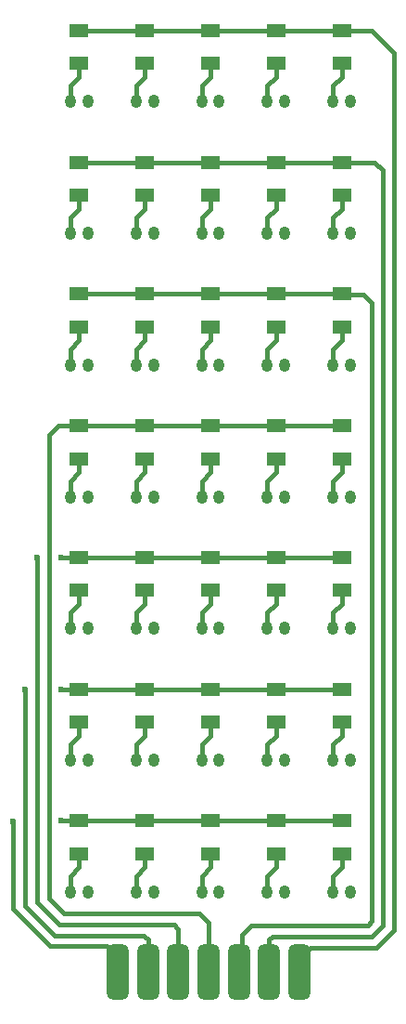
<source format=gbl>
G04*
G04 #@! TF.GenerationSoftware,Altium Limited,Altium Designer,24.1.2 (44)*
G04*
G04 Layer_Physical_Order=2*
G04 Layer_Color=16711680*
%FSLAX44Y44*%
%MOMM*%
G71*
G04*
G04 #@! TF.SameCoordinates,19925CEE-E599-4C59-BD36-36AD13F6144B*
G04*
G04*
G04 #@! TF.FilePolarity,Positive*
G04*
G01*
G75*
G04:AMPARAMS|DCode=10|XSize=2mm|YSize=5mm|CornerRadius=0.5mm|HoleSize=0mm|Usage=FLASHONLY|Rotation=0.000|XOffset=0mm|YOffset=0mm|HoleType=Round|Shape=RoundedRectangle|*
%AMROUNDEDRECTD10*
21,1,2.0000,4.0000,0,0,0.0*
21,1,1.0000,5.0000,0,0,0.0*
1,1,1.0000,0.5000,-2.0000*
1,1,1.0000,-0.5000,-2.0000*
1,1,1.0000,-0.5000,2.0000*
1,1,1.0000,0.5000,2.0000*
%
%ADD10ROUNDEDRECTD10*%
%ADD13C,0.4000*%
%ADD14O,1.0000X1.2000*%
%ADD15C,0.6000*%
%ADD16R,1.8000X1.1500*%
D10*
X115700Y232000D02*
D03*
X143400D02*
D03*
X171100D02*
D03*
X198800D02*
D03*
X226500D02*
D03*
X254000D02*
D03*
X281750D02*
D03*
D13*
Y244657D02*
X282750D01*
X292136Y254042D02*
X352212D01*
X282750Y244657D02*
X292136Y254042D01*
X254000Y230000D02*
Y261000D01*
X229004Y232504D02*
Y265802D01*
X226500Y230000D02*
X229004Y232504D01*
Y265802D02*
X237243Y274042D01*
X198800Y230000D02*
Y276200D01*
X171100Y230000D02*
Y270900D01*
X143400Y230000D02*
Y261000D01*
X115700Y230000D02*
Y244657D01*
X54000Y255000D02*
X105357D01*
X115700Y244657D01*
X139400Y265000D02*
X143400Y261000D01*
X58142Y265000D02*
X139400D01*
X62284Y275000D02*
X167000D01*
X171100Y270900D01*
X190000Y285000D02*
X198800Y276200D01*
X66426Y285000D02*
X190000D01*
X257042Y264042D02*
X348070D01*
X254000Y261000D02*
X257042Y264042D01*
X237243Y274042D02*
X343928D01*
X53000Y298426D02*
Y721000D01*
Y298426D02*
X66426Y285000D01*
X42000Y295284D02*
X62284Y275000D01*
X42000Y295284D02*
Y609000D01*
X31000Y292142D02*
X58142Y265000D01*
X31000Y292142D02*
Y489000D01*
X53000Y721000D02*
X61387Y729387D01*
X20000Y289000D02*
Y369000D01*
Y289000D02*
X54000Y255000D01*
X64000Y609193D02*
X80162D01*
X80356Y609387D01*
X140356Y369387D02*
X200355D01*
X80356D02*
X140356D01*
X64000D02*
X80356D01*
X230355D02*
Y369645D01*
X72355Y319145D02*
X80356Y327145D01*
X200355Y369387D02*
X230355D01*
X72355Y304645D02*
Y319145D01*
X320355Y1089387D02*
X347613D01*
X368000Y269830D02*
Y1069000D01*
X347613Y1089387D02*
X368000Y1069000D01*
X320355Y969387D02*
X350613D01*
X358000Y273972D02*
Y962000D01*
X350613Y969387D02*
X358000Y962000D01*
X320881Y848861D02*
X340139D01*
X348000Y278114D02*
Y841000D01*
X340139Y848861D02*
X348000Y841000D01*
X64000Y489193D02*
X80162D01*
X80356Y489387D01*
X61387Y729387D02*
X80356D01*
X200355D02*
X260355D01*
X320355D01*
X80356D02*
X140356D01*
X200355D01*
Y609387D02*
X260355D01*
X320355D01*
X80356D02*
X140356D01*
X200355D01*
X260355Y489387D02*
X320355D01*
X200355D02*
X260355D01*
X80356D02*
X140356D01*
X200355D01*
X140356Y327145D02*
Y339387D01*
X132355Y319145D02*
X140356Y327145D01*
X132355Y304645D02*
Y319145D01*
X200355Y327145D02*
Y339387D01*
X192355Y319145D02*
X200355Y327145D01*
X192355Y304645D02*
Y319145D01*
X343928Y274042D02*
X348000Y278114D01*
X352212Y254042D02*
X368000Y269830D01*
X348070Y264042D02*
X358000Y273972D01*
X320355Y849387D02*
X320881Y848861D01*
X260355Y849387D02*
X320355D01*
X230355Y369387D02*
X260355D01*
X320355D01*
X312355Y304645D02*
Y319145D01*
X320355Y327145D01*
Y339387D01*
X260355Y1089387D02*
X320355D01*
X312355Y1039145D02*
X320355Y1047145D01*
Y1059387D01*
X312355Y1024645D02*
Y1039145D01*
X132355Y1024645D02*
Y1039145D01*
X140356Y1047145D01*
Y1059387D01*
X80356Y327145D02*
Y339387D01*
X252355Y319145D02*
X260355Y327145D01*
X252355Y304645D02*
Y319145D01*
X260355Y327145D02*
Y339387D01*
X80356Y447145D02*
Y459387D01*
X72355Y424645D02*
Y439145D01*
X80356Y447145D01*
X132355Y439145D02*
X140356Y447145D01*
X132355Y424645D02*
Y439145D01*
X140356Y447145D02*
Y459387D01*
X192355Y439145D02*
X200355Y447145D01*
X192355Y424645D02*
Y439145D01*
X200355Y447145D02*
Y459387D01*
X252355Y439145D02*
X260355Y447145D01*
X252355Y424645D02*
Y439145D01*
X260355Y447145D02*
Y459387D01*
X312355Y439145D02*
X320355Y447145D01*
X312355Y424645D02*
Y439145D01*
X320355Y447145D02*
Y459387D01*
X80356Y567145D02*
Y579387D01*
X72355Y544645D02*
Y559145D01*
X80356Y567145D01*
X132355Y559145D02*
X140356Y567145D01*
X132355Y544645D02*
Y559145D01*
X140356Y567145D02*
Y579387D01*
X192355Y559145D02*
X200355Y567145D01*
X192355Y544645D02*
Y559145D01*
X200355Y567145D02*
Y579387D01*
X252355Y559145D02*
X260355Y567145D01*
X252355Y544645D02*
Y559145D01*
X260355Y567145D02*
Y579387D01*
X312355Y559145D02*
X320355Y567145D01*
X312355Y544645D02*
Y559145D01*
X320355Y567145D02*
Y579387D01*
X80356Y687145D02*
Y699387D01*
X72355Y664645D02*
Y679145D01*
X80356Y687145D01*
X132355Y679145D02*
X140356Y687145D01*
X132355Y664645D02*
Y679145D01*
X140356Y687145D02*
Y699387D01*
X192355Y679145D02*
X200355Y687145D01*
X192355Y664645D02*
Y679145D01*
X200355Y687145D02*
Y699387D01*
X252355Y679145D02*
X260355Y687145D01*
X252355Y664645D02*
Y679145D01*
X260355Y687145D02*
Y699387D01*
X312355Y679145D02*
X320355Y687145D01*
X312355Y664645D02*
Y679145D01*
X320355Y687145D02*
Y699387D01*
X80356Y807145D02*
Y819387D01*
X72355Y784645D02*
Y799145D01*
X80356Y807145D01*
X132355Y799145D02*
X140356Y807145D01*
X132355Y784645D02*
Y799145D01*
X140356Y807145D02*
Y819387D01*
X192355Y799145D02*
X200355Y807145D01*
X192355Y784645D02*
Y799145D01*
X200355Y807145D02*
Y819387D01*
X252355Y799145D02*
X260355Y807145D01*
X252355Y784645D02*
Y799145D01*
X260355Y807145D02*
Y819387D01*
X312355Y799145D02*
X320355Y807145D01*
X312355Y784645D02*
Y799145D01*
X320355Y807145D02*
Y819387D01*
X80356Y927145D02*
Y939387D01*
X72355Y904645D02*
Y919145D01*
X80356Y927145D01*
X132355Y919145D02*
X140356Y927145D01*
X132355Y904645D02*
Y919145D01*
X140356Y927145D02*
Y939387D01*
X192355Y919145D02*
X200355Y927145D01*
X192355Y904645D02*
Y919145D01*
X200355Y927145D02*
Y939387D01*
X252355Y919145D02*
X260355Y927145D01*
X252355Y904645D02*
Y919145D01*
X260355Y927145D02*
Y939387D01*
X312355Y919145D02*
X320355Y927145D01*
X312355Y904645D02*
Y919145D01*
X320355Y927145D02*
Y939387D01*
X260355Y1047145D02*
Y1059387D01*
X252355Y1024645D02*
Y1039145D01*
X260355Y1047145D01*
X200355D02*
Y1059387D01*
X192355Y1024645D02*
Y1039145D01*
X200355Y1047145D01*
X72355Y1039145D02*
X80356Y1047145D01*
X72355Y1024645D02*
Y1039145D01*
X80356Y1047145D02*
Y1059387D01*
X200355Y1089387D02*
X260355D01*
X140356D02*
X200355D01*
X80356D02*
X140356D01*
X80356Y849387D02*
X140356D01*
X200355D01*
X260355D01*
X80356Y969387D02*
X140356D01*
X200355D01*
X260355D01*
X320355D01*
D14*
X148355Y784645D02*
D03*
X132355D02*
D03*
X148355Y664645D02*
D03*
X132355D02*
D03*
X148355Y544645D02*
D03*
X132355D02*
D03*
X148355Y424645D02*
D03*
X132355D02*
D03*
X148355Y304645D02*
D03*
X132355D02*
D03*
X208355Y1024645D02*
D03*
X192355D02*
D03*
X208355Y904645D02*
D03*
X192355D02*
D03*
X208355Y784645D02*
D03*
X192355D02*
D03*
X88355Y1024645D02*
D03*
X72355D02*
D03*
X88355Y904645D02*
D03*
X72355D02*
D03*
X88355Y784645D02*
D03*
X72355D02*
D03*
X88355Y664645D02*
D03*
X72355D02*
D03*
X88355Y544645D02*
D03*
X72355D02*
D03*
X88355Y424645D02*
D03*
X72355D02*
D03*
X88355Y304645D02*
D03*
X72355D02*
D03*
X148355Y1024645D02*
D03*
X132355D02*
D03*
X148355Y904645D02*
D03*
X132355D02*
D03*
X208355Y664645D02*
D03*
X192355D02*
D03*
X208355Y544645D02*
D03*
X192355D02*
D03*
X208355Y424645D02*
D03*
X192355D02*
D03*
X208355Y304645D02*
D03*
X192355D02*
D03*
X268355Y1024645D02*
D03*
X252355D02*
D03*
X268355Y904645D02*
D03*
X252355D02*
D03*
X268355Y784645D02*
D03*
X252355D02*
D03*
X268355Y664645D02*
D03*
X252355D02*
D03*
X268355Y544645D02*
D03*
X252355D02*
D03*
X268355Y424645D02*
D03*
X252355D02*
D03*
X268355Y304645D02*
D03*
X252355D02*
D03*
X328355Y1024645D02*
D03*
X312355D02*
D03*
X328355Y904645D02*
D03*
X312355D02*
D03*
X328355Y784645D02*
D03*
X312355D02*
D03*
X328355Y664645D02*
D03*
X312355D02*
D03*
X328355Y544645D02*
D03*
X312355D02*
D03*
X328355Y424645D02*
D03*
X312355D02*
D03*
X328355Y304645D02*
D03*
X312355D02*
D03*
D15*
X64000Y609193D02*
D03*
X42000Y609000D02*
D03*
X20000Y369000D02*
D03*
X64000Y369387D02*
D03*
X31000Y489000D02*
D03*
X64000Y489193D02*
D03*
D16*
X80356Y489387D02*
D03*
Y459387D02*
D03*
X140356Y489387D02*
D03*
Y459387D02*
D03*
Y369387D02*
D03*
Y339387D02*
D03*
X200355Y489387D02*
D03*
Y459387D02*
D03*
Y369387D02*
D03*
Y339387D02*
D03*
X260355Y489387D02*
D03*
Y459387D02*
D03*
Y369387D02*
D03*
Y339387D02*
D03*
X320355Y369387D02*
D03*
Y339387D02*
D03*
Y489387D02*
D03*
Y459387D02*
D03*
X80356Y729387D02*
D03*
Y699387D02*
D03*
X140356Y729387D02*
D03*
Y699387D02*
D03*
Y609387D02*
D03*
Y579387D02*
D03*
X200355Y729387D02*
D03*
Y699387D02*
D03*
Y609387D02*
D03*
Y579387D02*
D03*
X260355Y609387D02*
D03*
Y579387D02*
D03*
Y729387D02*
D03*
Y699387D02*
D03*
X320355Y729387D02*
D03*
Y699387D02*
D03*
Y609387D02*
D03*
Y579387D02*
D03*
X80356Y369387D02*
D03*
Y339387D02*
D03*
X140356Y969387D02*
D03*
Y939387D02*
D03*
X200355Y969387D02*
D03*
Y939387D02*
D03*
X260355Y969387D02*
D03*
Y939387D02*
D03*
X320355Y969387D02*
D03*
Y939387D02*
D03*
X80356Y609387D02*
D03*
Y579387D02*
D03*
Y849387D02*
D03*
Y819387D02*
D03*
Y1089387D02*
D03*
Y1059387D02*
D03*
X320355Y1089387D02*
D03*
Y1059387D02*
D03*
X260355Y1089387D02*
D03*
Y1059387D02*
D03*
X80356Y969387D02*
D03*
Y939387D02*
D03*
X140356Y1089387D02*
D03*
Y1059387D02*
D03*
Y849387D02*
D03*
Y819387D02*
D03*
X200355Y1089387D02*
D03*
Y1059387D02*
D03*
Y849387D02*
D03*
Y819387D02*
D03*
X260355Y849387D02*
D03*
Y819387D02*
D03*
X320355Y849387D02*
D03*
Y819387D02*
D03*
M02*

</source>
